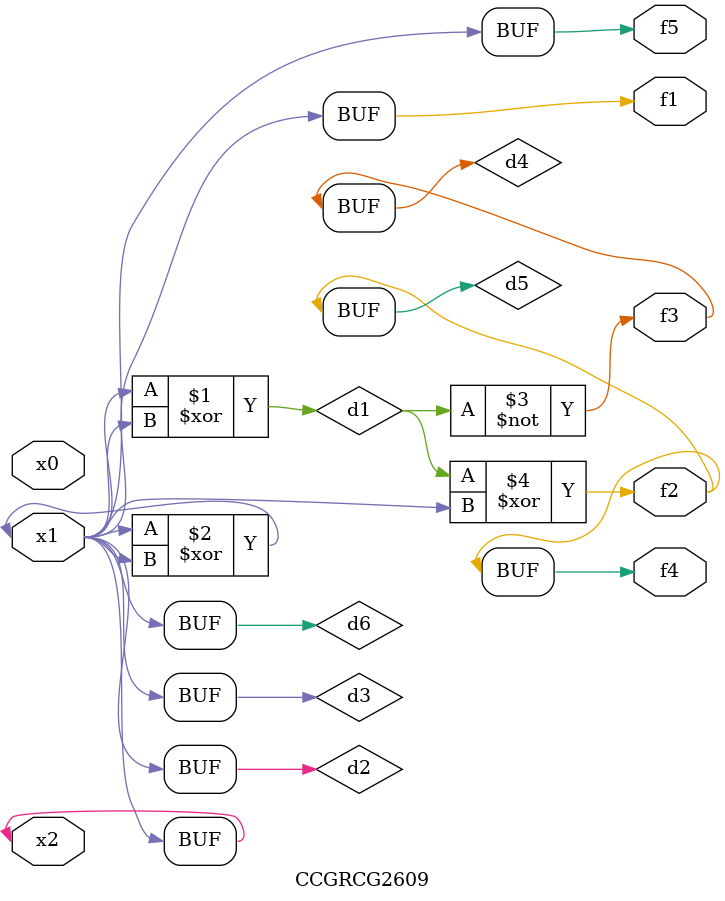
<source format=v>
module CCGRCG2609(
	input x0, x1, x2,
	output f1, f2, f3, f4, f5
);

	wire d1, d2, d3, d4, d5, d6;

	xor (d1, x1, x2);
	buf (d2, x1, x2);
	xor (d3, x1, x2);
	nor (d4, d1);
	xor (d5, d1, d2);
	buf (d6, d2, d3);
	assign f1 = d6;
	assign f2 = d5;
	assign f3 = d4;
	assign f4 = d5;
	assign f5 = d6;
endmodule

</source>
